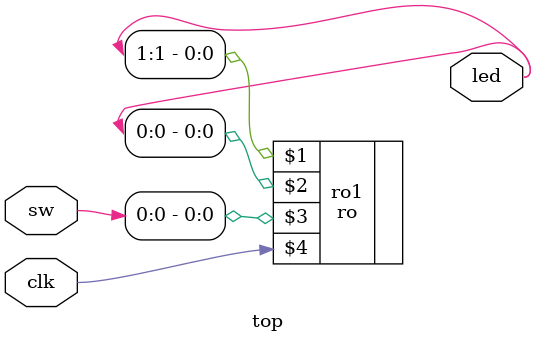
<source format=v>
module top(
    input clk,
    input [15:0] sw,
    output [15:0] led
    );
    
ro ro1(led[1], led[0], sw[0], clk);
    
endmodule

</source>
